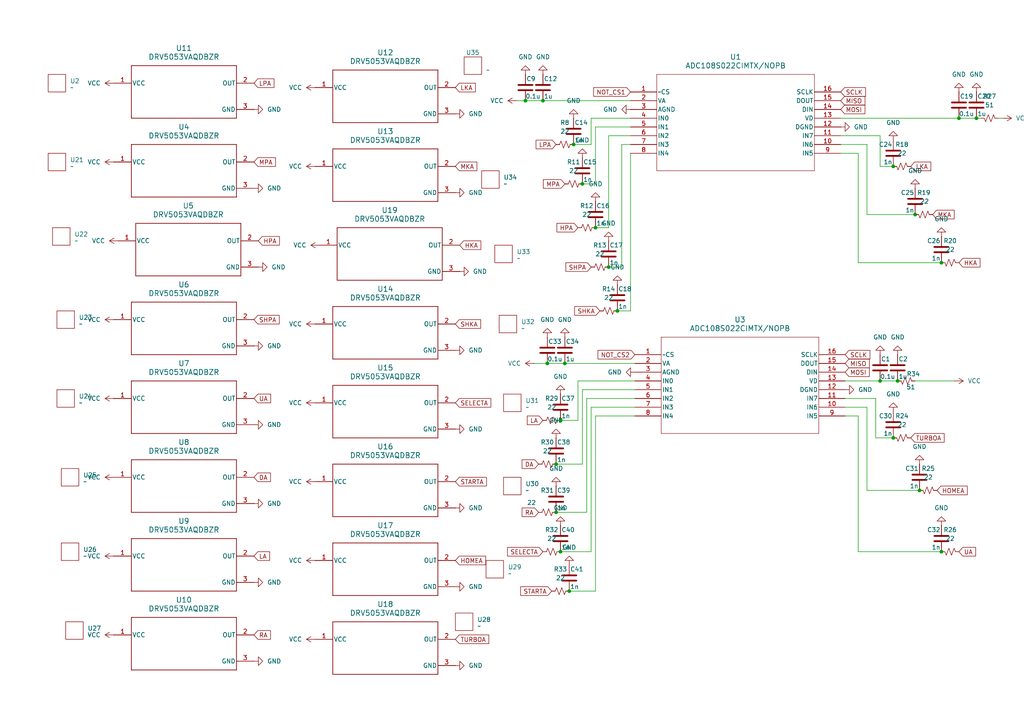
<source format=kicad_sch>
(kicad_sch (version 20231120) (generator "eeschema") (generator_version "8.0")
  (paper "A4")
  (lib_symbols
    (symbol "2025-01-29_23-52-34:ADC108S022CIMTX_NOPB" (pin_names (offset 0.254))
      (property "Reference" "U" (at 30.48 10.16 0))
      (property "Value" "ADC108S022CIMTX/NOPB" (at 30.48 7.62 0))
      (symbol "ADC108S022CIMTX_NOPB_0_1"
        (polyline (pts (xy 7.62 -22.86) (xy 53.34 -22.86)) (stroke (width 0.127)))
        (polyline (pts (xy 7.62 5.08) (xy 7.62 -22.86)) (stroke (width 0.127)))
        (polyline (pts (xy 53.34 -22.86) (xy 53.34 5.08)) (stroke (width 0.127)))
        (polyline (pts (xy 53.34 5.08) (xy 7.62 5.08)) (stroke (width 0.127)))
        (pin passive line (at 0 0 0) (length 7.62) (name "~CS") (number "1"))
        (pin input line (at 60.96 -15.24 180) (length 7.62) (name "IN6") (number "10"))
        (pin input line (at 60.96 -12.7 180) (length 7.62) (name "IN7") (number "11"))
        (pin passive line (at 60.96 -10.16 180) (length 7.62) (name "DGND") (number "12"))
        (pin passive line (at 60.96 -7.62 180) (length 7.62) (name "VD") (number "13"))
        (pin input line (at 60.96 -5.08 180) (length 7.62) (name "DIN") (number "14"))
        (pin output line (at 60.96 -2.54 180) (length 7.62) (name "DOUT") (number "15"))
        (pin passive line (at 60.96 0 180) (length 7.62) (name "SCLK") (number "16"))
        (pin passive line (at 0 -2.54 0) (length 7.62) (name "VA") (number "2"))
        (pin passive line (at 0 -5.08 0) (length 7.62) (name "AGND") (number "3"))
        (pin input line (at 0 -7.62 0) (length 7.62) (name "IN0") (number "4"))
        (pin input line (at 0 -10.16 0) (length 7.62) (name "IN1") (number "5"))
        (pin input line (at 0 -12.7 0) (length 7.62) (name "IN2") (number "6"))
        (pin input line (at 0 -15.24 0) (length 7.62) (name "IN3") (number "7"))
        (pin input line (at 0 -17.78 0) (length 7.62) (name "IN4") (number "8"))
        (pin input line (at 60.96 -17.78 180) (length 7.62) (name "IN5") (number "9"))
      )
    )
    (symbol "2025-01-29_23-57-24:DRV5053VAQDBZR" (pin_names (offset 0.254))
      (property "Reference" "U" (at 0 2.54 0))
      (property "Value" "DRV5053VAQDBZR" (at 0 0 0))
      (symbol "DRV5053VAQDBZR_0_1"
        (polyline (pts (xy -15.24 -7.62) (xy 15.24 -7.62)) (stroke (width 0.2032)))
        (polyline (pts (xy -15.24 7.62) (xy -15.24 -7.62)) (stroke (width 0.2032)))
        (polyline (pts (xy 15.24 -7.62) (xy 15.24 7.62)) (stroke (width 0.2032)))
        (polyline (pts (xy 15.24 7.62) (xy -15.24 7.62)) (stroke (width 0.2032)))
        (pin power_in line (at -20.32 2.54 0) (length 5.08) (name "VCC") (number "1"))
        (pin output line (at 20.32 2.54 180) (length 5.08) (name "OUT") (number "2"))
        (pin power_in line (at 20.32 -5.08 180) (length 5.08) (name "GND") (number "3"))
      )
    )
    (symbol "Device:C" (pin_numbers hide) (pin_names (offset 0.254))
      (property "Reference" "C" (at 0.635 2.54 0))
      (property "Value" "C" (at 0.635 -2.54 0))
      (symbol "C_0_1"
        (polyline (pts (xy -2.032 -0.762) (xy 2.032 -0.762)) (stroke (width 0.508)))
        (polyline (pts (xy -2.032 0.762) (xy 2.032 0.762)) (stroke (width 0.508)))
      )
      (symbol "C_1_1"
        (pin passive line (at 0 3.81 270) (length 2.794) (name "~") (number "1"))
        (pin passive line (at 0 -3.81 90) (length 2.794) (name "~") (number "2"))
      )
    )
    (symbol "Device:R_Small_US" (pin_numbers hide) (pin_names (offset 0.254) hide)
      (property "Reference" "R" (at 0.762 0.508 0))
      (property "Value" "R_Small_US" (at 0.762 -1.016 0))
      (symbol "R_Small_US_1_1"
        (polyline (pts (xy 0 0) (xy 1.016 -0.381) (xy 0 -0.762) (xy -1.016 -1.143) (xy 0 -1.524)))
        (polyline (pts (xy 0 1.524) (xy 1.016 1.143) (xy 0 0.762) (xy -1.016 0.381) (xy 0 0)))
        (pin passive line (at 0 2.54 270) (length 1.016) (name "~") (number "1"))
        (pin passive line (at 0 -2.54 90) (length 1.016) (name "~") (number "2"))
      )
    )
    (symbol "KeyboardKeys:Gateron_Jade_Pro_Magnetic"
      (property "Reference" "U" (at 0 0 0))
      (symbol "Gateron_Jade_Pro_Magnetic_0_1"
        (rectangle (start -2.54 2.54) (end 2.54 -2.54))
      )
    )
    (symbol "power:GND" (power) (pin_numbers hide) (pin_names (offset 0) hide)
      (property "Value" "GND" (at 0 -3.81 0))
      (symbol "GND_0_1"
        (polyline (pts (xy 0 0) (xy 0 -1.27) (xy 1.27 -1.27) (xy 0 -2.54) (xy -1.27 -1.27) (xy 0 -1.27)))
      )
      (symbol "GND_1_1"
        (pin power_in line (at 0 0 270) (length 0) (name "~") (number "1"))
      )
    )
    (symbol "power:VCC" (power) (pin_numbers hide) (pin_names (offset 0) hide)
      (property "Value" "VCC" (at 0 3.556 0))
      (symbol "VCC_0_1"
        (polyline (pts (xy -0.762 1.27) (xy 0 2.54)))
        (polyline (pts (xy 0 0) (xy 0 2.54)))
        (polyline (pts (xy 0 2.54) (xy 0.762 1.27)))
      )
      (symbol "VCC_1_1"
        (pin power_in line (at 0 0 90) (length 0) (name "~") (number "1"))
      )
    )
  )
  (junction (at 266.7 142.24))
  (junction (at 162.56 121.92))
  (junction (at 165.1 171.45))
  (junction (at 278.13 34.29))
  (junction (at 273.05 76.2))
  (junction (at 157.48 29.21))
  (junction (at 163.83 105.41))
  (junction (at 172.72 66.04))
  (junction (at 152.4 29.21))
  (junction (at 176.53 77.47))
  (junction (at 179.07 90.17))
  (junction (at 260.35 110.49))
  (junction (at 168.91 53.34))
  (junction (at 255.27 110.49))
  (junction (at 265.43 62.23))
  (junction (at 166.37 41.91))
  (junction (at 259.08 48.26))
  (junction (at 283.21 34.29))
  (junction (at 259.08 127))
  (junction (at 161.29 134.62))
  (junction (at 158.75 105.41))
  (junction (at 162.56 160.02))
  (junction (at 161.29 148.59))
  (junction (at 273.05 160.02))
  (wire (pts (xy 162.56 121.92) (xy 167.64 121.92)))
  (wire (pts (xy 184.15 118.11) (xy 171.45 118.11)))
  (wire (pts (xy 168.91 134.62) (xy 161.29 134.62)))
  (wire (pts (xy 167.64 121.92) (xy 167.64 110.49)))
  (wire (pts (xy 284.48 34.29) (xy 283.21 34.29)))
  (wire (pts (xy 278.13 34.29) (xy 243.84 34.29)))
  (wire (pts (xy 182.88 44.45) (xy 182.88 90.17)))
  (wire (pts (xy 184.15 120.65) (xy 172.72 120.65)))
  (wire (pts (xy 251.46 118.11) (xy 251.46 142.24)))
  (wire (pts (xy 149.86 29.21) (xy 152.4 29.21)))
  (wire (pts (xy 254 127) (xy 259.08 127)))
  (wire (pts (xy 171.45 41.91) (xy 171.45 34.29)))
  (wire (pts (xy 161.29 148.59) (xy 170.18 148.59)))
  (wire (pts (xy 283.21 34.29) (xy 278.13 34.29)))
  (wire (pts (xy 245.11 115.57) (xy 254 115.57)))
  (wire (pts (xy 180.34 41.91) (xy 180.34 77.47)))
  (wire (pts (xy 176.53 39.37) (xy 176.53 66.04)))
  (wire (pts (xy 243.84 39.37) (xy 255.27 39.37)))
  (wire (pts (xy 255.27 110.49) (xy 245.11 110.49)))
  (wire (pts (xy 248.92 160.02) (xy 273.05 160.02)))
  (wire (pts (xy 254 115.57) (xy 254 127)))
  (wire (pts (xy 251.46 62.23) (xy 265.43 62.23)))
  (wire (pts (xy 248.92 76.2) (xy 273.05 76.2)))
  (wire (pts (xy 184.15 113.03) (xy 168.91 113.03)))
  (wire (pts (xy 182.88 36.83) (xy 172.72 36.83)))
  (wire (pts (xy 251.46 41.91) (xy 251.46 62.23)))
  (wire (pts (xy 180.34 77.47) (xy 176.53 77.47)))
  (wire (pts (xy 171.45 160.02) (xy 162.56 160.02)))
  (wire (pts (xy 171.45 34.29) (xy 182.88 34.29)))
  (wire (pts (xy 165.1 171.45) (xy 172.72 171.45)))
  (wire (pts (xy 290.83 34.29) (xy 289.56 34.29)))
  (wire (pts (xy 276.86 110.49) (xy 265.43 110.49)))
  (wire (pts (xy 167.64 110.49) (xy 184.15 110.49)))
  (wire (pts (xy 255.27 39.37) (xy 255.27 48.26)))
  (wire (pts (xy 243.84 41.91) (xy 251.46 41.91)))
  (wire (pts (xy 245.11 120.65) (xy 248.92 120.65)))
  (wire (pts (xy 243.84 44.45) (xy 248.92 44.45)))
  (wire (pts (xy 182.88 90.17) (xy 179.07 90.17)))
  (wire (pts (xy 170.18 115.57) (xy 170.18 148.59)))
  (wire (pts (xy 260.35 110.49) (xy 255.27 110.49)))
  (wire (pts (xy 245.11 118.11) (xy 251.46 118.11)))
  (wire (pts (xy 163.83 105.41) (xy 184.15 105.41)))
  (wire (pts (xy 168.91 113.03) (xy 168.91 134.62)))
  (wire (pts (xy 172.72 120.65) (xy 172.72 171.45)))
  (wire (pts (xy 176.53 66.04) (xy 172.72 66.04)))
  (wire (pts (xy 152.4 29.21) (xy 157.48 29.21)))
  (wire (pts (xy 171.45 41.91) (xy 166.37 41.91)))
  (wire (pts (xy 248.92 44.45) (xy 248.92 76.2)))
  (wire (pts (xy 255.27 48.26) (xy 259.08 48.26)))
  (wire (pts (xy 182.88 39.37) (xy 176.53 39.37)))
  (wire (pts (xy 184.15 115.57) (xy 170.18 115.57)))
  (wire (pts (xy 182.88 41.91) (xy 180.34 41.91)))
  (wire (pts (xy 251.46 142.24) (xy 266.7 142.24)))
  (wire (pts (xy 163.83 105.41) (xy 158.75 105.41)))
  (wire (pts (xy 248.92 120.65) (xy 248.92 160.02)))
  (wire (pts (xy 154.94 105.41) (xy 158.75 105.41)))
  (wire (pts (xy 157.48 29.21) (xy 182.88 29.21)))
  (wire (pts (xy 171.45 118.11) (xy 171.45 160.02)))
  (wire (pts (xy 172.72 53.34) (xy 168.91 53.34)))
  (wire (pts (xy 172.72 36.83) (xy 172.72 53.34)))
  (global_label "SHKA" (shape input) (at 173.99 90.17 180) (property "Intersheetrefs" "${INTERSHEET_REFS}" (effects (hide yes))))
  (global_label "MISO" (shape input) (at 245.11 105.41 0) (property "Intersheetrefs" "${INTERSHEET_REFS}" (effects (hide yes))))
  (global_label "LA" (shape input) (at 73.66 161.29 0) (property "Intersheetrefs" "${INTERSHEET_REFS}" (effects (hide yes))))
  (global_label "MOSI" (shape input) (at 243.84 31.75 0) (property "Intersheetrefs" "${INTERSHEET_REFS}" (effects (hide yes))))
  (global_label "SELECTA" (shape input) (at 132.08 116.84 0) (property "Intersheetrefs" "${INTERSHEET_REFS}" (effects (hide yes))))
  (global_label "SHKA" (shape input) (at 132.08 93.98 0) (property "Intersheetrefs" "${INTERSHEET_REFS}" (effects (hide yes))))
  (global_label "SHPA" (shape input) (at 73.66 92.71 0) (property "Intersheetrefs" "${INTERSHEET_REFS}" (effects (hide yes))))
  (global_label "LKA" (shape input) (at 132.08 25.4 0) (property "Intersheetrefs" "${INTERSHEET_REFS}" (effects (hide yes))))
  (global_label "LPA" (shape input) (at 73.66 24.13 0) (property "Intersheetrefs" "${INTERSHEET_REFS}" (effects (hide yes))))
  (global_label "HPA" (shape input) (at 167.64 66.04 180) (property "Intersheetrefs" "${INTERSHEET_REFS}" (effects (hide yes))))
  (global_label "SCLK" (shape input) (at 245.11 102.87 0) (property "Intersheetrefs" "${INTERSHEET_REFS}" (effects (hide yes))))
  (global_label "LPA" (shape input) (at 161.29 41.91 180) (property "Intersheetrefs" "${INTERSHEET_REFS}" (effects (hide yes))))
  (global_label "TURBOA" (shape input) (at 264.16 127 0) (property "Intersheetrefs" "${INTERSHEET_REFS}" (effects (hide yes))))
  (global_label "LA" (shape input) (at 157.48 121.92 180) (property "Intersheetrefs" "${INTERSHEET_REFS}" (effects (hide yes))))
  (global_label "HOMEA" (shape input) (at 271.78 142.24 0) (property "Intersheetrefs" "${INTERSHEET_REFS}" (effects (hide yes))))
  (global_label "UA" (shape input) (at 278.13 160.02 0) (property "Intersheetrefs" "${INTERSHEET_REFS}" (effects (hide yes))))
  (global_label "LKA" (shape input) (at 264.16 48.26 0) (property "Intersheetrefs" "${INTERSHEET_REFS}" (effects (hide yes))))
  (global_label "STARTA" (shape input) (at 132.08 139.7 0) (property "Intersheetrefs" "${INTERSHEET_REFS}" (effects (hide yes))))
  (global_label "MPA" (shape input) (at 163.83 53.34 180) (property "Intersheetrefs" "${INTERSHEET_REFS}" (effects (hide yes))))
  (global_label "SHPA" (shape input) (at 171.45 77.47 180) (property "Intersheetrefs" "${INTERSHEET_REFS}" (effects (hide yes))))
  (global_label "RA" (shape input) (at 156.21 148.59 180) (property "Intersheetrefs" "${INTERSHEET_REFS}" (effects (hide yes))))
  (global_label "NOT_CS1" (shape input) (at 182.88 26.67 180) (property "Intersheetrefs" "${INTERSHEET_REFS}" (effects (hide yes))))
  (global_label "SELECTA" (shape input) (at 157.48 160.02 180) (property "Intersheetrefs" "${INTERSHEET_REFS}" (effects (hide yes))))
  (global_label "HOMEA" (shape input) (at 132.08 162.56 0) (property "Intersheetrefs" "${INTERSHEET_REFS}" (effects (hide yes))))
  (global_label "MKA" (shape input) (at 270.51 62.23 0) (property "Intersheetrefs" "${INTERSHEET_REFS}" (effects (hide yes))))
  (global_label "HKA" (shape input) (at 278.13 76.2 0) (property "Intersheetrefs" "${INTERSHEET_REFS}" (effects (hide yes))))
  (global_label "SCLK" (shape input) (at 243.84 26.67 0) (property "Intersheetrefs" "${INTERSHEET_REFS}" (effects (hide yes))))
  (global_label "MPA" (shape input) (at 73.66 46.99 0) (property "Intersheetrefs" "${INTERSHEET_REFS}" (effects (hide yes))))
  (global_label "HKA" (shape input) (at 133.35 71.12 0) (property "Intersheetrefs" "${INTERSHEET_REFS}" (effects (hide yes))))
  (global_label "MOSI" (shape input) (at 245.11 107.95 0) (property "Intersheetrefs" "${INTERSHEET_REFS}" (effects (hide yes))))
  (global_label "STARTA" (shape input) (at 160.02 171.45 180) (property "Intersheetrefs" "${INTERSHEET_REFS}" (effects (hide yes))))
  (global_label "TURBOA" (shape input) (at 132.08 185.42 0) (property "Intersheetrefs" "${INTERSHEET_REFS}" (effects (hide yes))))
  (global_label "NOT_CS2" (shape input) (at 184.15 102.87 180) (property "Intersheetrefs" "${INTERSHEET_REFS}" (effects (hide yes))))
  (global_label "UA" (shape input) (at 73.66 115.57 0) (property "Intersheetrefs" "${INTERSHEET_REFS}" (effects (hide yes))))
  (global_label "DA" (shape input) (at 73.66 138.43 0) (property "Intersheetrefs" "${INTERSHEET_REFS}" (effects (hide yes))))
  (global_label "MKA" (shape input) (at 132.08 48.26 0) (property "Intersheetrefs" "${INTERSHEET_REFS}" (effects (hide yes))))
  (global_label "HPA" (shape input) (at 74.93 69.85 0) (property "Intersheetrefs" "${INTERSHEET_REFS}" (effects (hide yes))))
  (global_label "RA" (shape input) (at 73.66 184.15 0) (property "Intersheetrefs" "${INTERSHEET_REFS}" (effects (hide yes))))
  (global_label "MISO" (shape input) (at 243.84 29.21 0) (property "Intersheetrefs" "${INTERSHEET_REFS}" (effects (hide yes))))
  (global_label "DA" (shape input) (at 156.21 134.62 180) (property "Intersheetrefs" "${INTERSHEET_REFS}" (effects (hide yes))))
  (symbol (lib_id "power:VCC") (at 91.44 139.7 90) (unit 1)
    (property "Reference" "#PWR048" (effects (hide yes)))
    (property "Value" "VCC" (at 87.63 139.6999 90) (effects (justify left)))
    (property "Description" "Power symbol creates a global label with name \"VCC\"" (effects (hide yes)))
  )
  (symbol (lib_id "Device:C") (at 161.29 130.81 0) (unit 1)
    (property "Reference" "C38" (at 161.544 128.27 0) (effects (justify left)))
    (property "Value" "1n" (at 161.544 133.35 0) (effects (justify left)))
    (property "Footprint" "Capacitor_SMD:C_0603_1608Metric" (effects (hide yes)))
    (property "Description" "Unpolarized capacitor" (effects (hide yes)))
  )
  (symbol (lib_id "power:VCC") (at 276.86 110.49 270) (unit 1)
    (property "Reference" "#PWR0110" (effects (hide yes)))
    (property "Value" "VCC" (at 280.67 110.4899 90) (effects (justify left)))
    (property "Description" "Power symbol creates a global label with name \"VCC\"" (effects (hide yes)))
  )
  (symbol (lib_id "Device:R_Small_US") (at 166.37 53.34 90) (unit 1)
    (property "Reference" "R11" (at 166.37 46.99 90))
    (property "Value" "22" (at 166.37 49.53 90))
    (property "Footprint" "Resistor_SMD:R_0603_1608Metric" (effects (hide yes)))
    (property "Description" "Resistor, small US symbol" (effects (hide yes)))
  )
  (symbol (lib_id "2025-01-29_23-57-24:DRV5053VAQDBZR") (at 53.34 186.69 0) (unit 1)
    (property "Reference" "U10" (at 53.34 173.99 0) (effects (font (size 1.524 1.524))))
    (property "Value" "DRV5053VAQDBZR" (at 53.34 176.53 0) (effects (font (size 1.524 1.524))))
    (property "Footprint" "HallEffect:DBZ0003A_N" (effects (hide yes)))
    (property "Datasheet" "DRV5053VAQDBZR" (effects (hide yes)))
  )
  (symbol (lib_id "KeyboardKeys:Gateron_Jade_Pro_Magnetic") (at 19.05 115.57 0) (unit 1)
    (property "Reference" "U24" (at 22.86 114.9349 0) (effects (justify left)))
    (property "Value" "~" (at 22.86 116.84 0) (effects (justify left)))
    (property "Footprint" "key-switches:Gateron Jade Pro Magnetic" (effects (hide yes)))
  )
  (symbol (lib_id "Device:R_Small_US") (at 173.99 77.47 90) (unit 1)
    (property "Reference" "R13" (at 173.99 71.12 90))
    (property "Value" "22" (at 173.99 73.66 90))
    (property "Footprint" "Resistor_SMD:R_0603_1608Metric" (effects (hide yes)))
    (property "Description" "Resistor, small US symbol" (effects (hide yes)))
  )
  (symbol (lib_id "power:GND") (at 73.66 123.19 90) (unit 1)
    (property "Reference" "#PWR033" (effects (hide yes)))
    (property "Value" "GND" (at 77.47 123.1899 90) (effects (justify right)))
    (property "Description" "Power symbol creates a global label with name \"GND\" , ground" (effects (hide yes)))
  )
  (symbol (lib_id "power:VCC") (at 33.02 46.99 90) (unit 1)
    (property "Reference" "#PWR039" (effects (hide yes)))
    (property "Value" "VCC" (at 29.21 46.9899 90) (effects (justify left)))
    (property "Description" "Power symbol creates a global label with name \"VCC\"" (effects (hide yes)))
  )
  (symbol (lib_id "power:GND") (at 73.66 31.75 90) (unit 1)
    (property "Reference" "#PWR037" (effects (hide yes)))
    (property "Value" "GND" (at 77.47 31.7499 90) (effects (justify right)))
    (property "Description" "Power symbol creates a global label with name \"GND\" , ground" (effects (hide yes)))
  )
  (symbol (lib_id "power:GND") (at 162.56 114.3 180) (unit 1)
    (property "Reference" "#PWR0100" (effects (hide yes)))
    (property "Value" "GND" (at 162.56 109.22 0))
    (property "Description" "Power symbol creates a global label with name \"GND\" , ground" (effects (hide yes)))
  )
  (symbol (lib_id "2025-01-29_23-57-24:DRV5053VAQDBZR") (at 113.03 73.66 0) (unit 1)
    (property "Reference" "U19" (at 113.03 60.96 0) (effects (font (size 1.524 1.524))))
    (property "Value" "DRV5053VAQDBZR" (at 113.03 63.5 0) (effects (font (size 1.524 1.524))))
    (property "Footprint" "HallEffect:DBZ0003A_N" (effects (hide yes)))
    (property "Datasheet" "DRV5053VAQDBZR" (effects (hide yes)))
  )
  (symbol (lib_id "Device:C") (at 161.29 144.78 0) (unit 1)
    (property "Reference" "C39" (at 161.544 142.24 0) (effects (justify left)))
    (property "Value" "1n" (at 161.544 147.32 0) (effects (justify left)))
    (property "Footprint" "Capacitor_SMD:C_0603_1608Metric" (effects (hide yes)))
    (property "Description" "Unpolarized capacitor" (effects (hide yes)))
  )
  (symbol (lib_id "Device:C") (at 273.05 72.39 0) (mirror y) (unit 1)
    (property "Reference" "C26" (at 272.796 69.85 0) (effects (justify left)))
    (property "Value" "1n" (at 272.796 74.93 0) (effects (justify left)))
    (property "Footprint" "Capacitor_SMD:C_0603_1608Metric" (effects (hide yes)))
    (property "Description" "Unpolarized capacitor" (effects (hide yes)))
  )
  (symbol (lib_id "power:VCC") (at 33.02 92.71 90) (unit 1)
    (property "Reference" "#PWR041" (effects (hide yes)))
    (property "Value" "VCC" (at 29.21 92.7099 90) (effects (justify left)))
    (property "Description" "Power symbol creates a global label with name \"VCC\"" (effects (hide yes)))
  )
  (symbol (lib_id "2025-01-29_23-57-24:DRV5053VAQDBZR") (at 53.34 95.25 0) (unit 1)
    (property "Reference" "U6" (at 53.34 82.55 0) (effects (font (size 1.524 1.524))))
    (property "Value" "DRV5053VAQDBZR" (at 53.34 85.09 0) (effects (font (size 1.524 1.524))))
    (property "Footprint" "HallEffect:DBZ0003A_N" (effects (hide yes)))
    (property "Datasheet" "DRV5053VAQDBZR" (effects (hide yes)))
  )
  (symbol (lib_id "power:GND") (at 172.72 58.42 180) (unit 1)
    (property "Reference" "#PWR079" (effects (hide yes)))
    (property "Value" "GND" (at 172.72 53.34 0))
    (property "Description" "Power symbol creates a global label with name \"GND\" , ground" (effects (hide yes)))
  )
  (symbol (lib_id "power:VCC") (at 33.02 161.29 90) (unit 1)
    (property "Reference" "#PWR044" (effects (hide yes)))
    (property "Value" "VCC" (at 29.21 161.2899 90) (effects (justify left)))
    (property "Description" "Power symbol creates a global label with name \"VCC\"" (effects (hide yes)))
  )
  (symbol (lib_id "Device:C") (at 260.35 106.68 0) (unit 1)
    (property "Reference" "C2" (at 260.604 104.14 0) (effects (justify left)))
    (property "Value" "1u" (at 260.604 109.22 0) (effects (justify left)))
    (property "Footprint" "Capacitor_SMD:C_0603_1608Metric" (effects (hide yes)))
    (property "Description" "Unpolarized capacitor" (effects (hide yes)))
  )
  (symbol (lib_id "Device:R_Small_US") (at 158.75 148.59 90) (unit 1)
    (property "Reference" "R31" (at 158.75 142.24 90))
    (property "Value" "22" (at 154.178 145.796 90))
    (property "Footprint" "Resistor_SMD:R_0603_1608Metric" (effects (hide yes)))
    (property "Description" "Resistor, small US symbol" (effects (hide yes)))
  )
  (symbol (lib_id "KeyboardKeys:Gateron_Jade_Pro_Magnetic") (at 146.05 73.66 0) (unit 1)
    (property "Reference" "U33" (at 149.86 73.0249 0) (effects (justify left)))
    (property "Value" "~" (at 149.86 74.93 0) (effects (justify left)))
    (property "Footprint" "key-switches:Gateron Jade Pro Magnetic" (effects (hide yes)))
  )
  (symbol (lib_id "2025-01-29_23-57-24:DRV5053VAQDBZR") (at 53.34 163.83 0) (unit 1)
    (property "Reference" "U9" (at 53.34 151.13 0) (effects (font (size 1.524 1.524))))
    (property "Value" "DRV5053VAQDBZR" (at 53.34 153.67 0) (effects (font (size 1.524 1.524))))
    (property "Footprint" "HallEffect:DBZ0003A_N" (effects (hide yes)))
    (property "Datasheet" "DRV5053VAQDBZR" (effects (hide yes)))
  )
  (symbol (lib_id "Device:C") (at 165.1 167.64 0) (unit 1)
    (property "Reference" "C41" (at 165.354 165.1 0) (effects (justify left)))
    (property "Value" "1n" (at 165.354 170.18 0) (effects (justify left)))
    (property "Footprint" "Capacitor_SMD:C_0603_1608Metric" (effects (hide yes)))
    (property "Description" "Unpolarized capacitor" (effects (hide yes)))
  )
  (symbol (lib_id "power:VCC") (at 91.44 185.42 90) (unit 1)
    (property "Reference" "#PWR046" (effects (hide yes)))
    (property "Value" "VCC" (at 87.63 185.4199 90) (effects (justify left)))
    (property "Description" "Power symbol creates a global label with name \"VCC\"" (effects (hide yes)))
  )
  (symbol (lib_id "Device:R_Small_US") (at 287.02 34.29 270) (mirror x) (unit 1)
    (property "Reference" "R27" (at 287.02 27.94 90))
    (property "Value" "51" (at 287.02 30.48 90))
    (property "Footprint" "Resistor_SMD:R_0603_1608Metric" (effects (hide yes)))
    (property "Description" "Resistor, small US symbol" (effects (hide yes)))
  )
  (symbol (lib_id "2025-01-29_23-57-24:DRV5053VAQDBZR") (at 53.34 49.53 0) (unit 1)
    (property "Reference" "U4" (at 53.34 36.83 0) (effects (font (size 1.524 1.524))))
    (property "Value" "DRV5053VAQDBZR" (at 53.34 39.37 0) (effects (font (size 1.524 1.524))))
    (property "Footprint" "HallEffect:DBZ0003A_N" (effects (hide yes)))
    (property "Datasheet" "DRV5053VAQDBZR" (effects (hide yes)))
  )
  (symbol (lib_id "KeyboardKeys:Gateron_Jade_Pro_Magnetic") (at 20.32 138.43 0) (unit 1)
    (property "Reference" "U25" (at 24.13 137.7949 0) (effects (justify left)))
    (property "Value" "~" (at 24.13 139.7 0) (effects (justify left)))
    (property "Footprint" "key-switches:Gateron Jade Pro Magnetic" (effects (hide yes)))
  )
  (symbol (lib_id "power:VCC") (at 33.02 115.57 90) (unit 1)
    (property "Reference" "#PWR042" (effects (hide yes)))
    (property "Value" "VCC" (at 29.21 115.5699 90) (effects (justify left)))
    (property "Description" "Power symbol creates a global label with name \"VCC\"" (effects (hide yes)))
  )
  (symbol (lib_id "Device:R_Small_US") (at 269.24 142.24 270) (mirror x) (unit 1)
    (property "Reference" "R25" (at 269.24 135.89 90))
    (property "Value" "22" (at 269.24 138.43 90))
    (property "Footprint" "Resistor_SMD:R_0603_1608Metric" (effects (hide yes)))
    (property "Description" "Resistor, small US symbol" (effects (hide yes)))
  )
  (symbol (lib_id "Device:C") (at 259.08 123.19 0) (mirror y) (unit 1)
    (property "Reference" "C30" (at 258.826 120.65 0) (effects (justify left)))
    (property "Value" "1n" (at 258.826 125.73 0) (effects (justify left)))
    (property "Footprint" "Capacitor_SMD:C_0603_1608Metric" (effects (hide yes)))
    (property "Description" "Unpolarized capacitor" (effects (hide yes)))
  )
  (symbol (lib_id "2025-01-29_23-57-24:DRV5053VAQDBZR") (at 111.76 119.38 0) (unit 1)
    (property "Reference" "U15" (at 111.76 106.68 0) (effects (font (size 1.524 1.524))))
    (property "Value" "DRV5053VAQDBZR" (at 111.76 109.22 0) (effects (font (size 1.524 1.524))))
    (property "Footprint" "HallEffect:DBZ0003A_N" (effects (hide yes)))
    (property "Datasheet" "DRV5053VAQDBZR" (effects (hide yes)))
  )
  (symbol (lib_id "power:GND") (at 259.08 119.38 0) (mirror x) (unit 1)
    (property "Reference" "#PWR093" (effects (hide yes)))
    (property "Value" "GND" (at 259.08 114.3 0))
    (property "Description" "Power symbol creates a global label with name \"GND\" , ground" (effects (hide yes)))
  )
  (symbol (lib_id "power:VCC") (at 33.02 184.15 90) (unit 1)
    (property "Reference" "#PWR045" (effects (hide yes)))
    (property "Value" "VCC" (at 29.21 184.1499 90) (effects (justify left)))
    (property "Description" "Power symbol creates a global label with name \"VCC\"" (effects (hide yes)))
  )
  (symbol (lib_id "Device:C") (at 273.05 156.21 0) (mirror y) (unit 1)
    (property "Reference" "C32" (at 272.796 153.67 0) (effects (justify left)))
    (property "Value" "1n" (at 272.796 158.75 0) (effects (justify left)))
    (property "Footprint" "Capacitor_SMD:C_0603_1608Metric" (effects (hide yes)))
    (property "Description" "Unpolarized capacitor" (effects (hide yes)))
  )
  (symbol (lib_id "power:GND") (at 259.08 40.64 0) (mirror x) (unit 1)
    (property "Reference" "#PWR087" (effects (hide yes)))
    (property "Value" "GND" (at 259.08 35.56 0))
    (property "Description" "Power symbol creates a global label with name \"GND\" , ground" (effects (hide yes)))
  )
  (symbol (lib_id "KeyboardKeys:Gateron_Jade_Pro_Magnetic") (at 16.51 24.13 0) (unit 1)
    (property "Reference" "U2" (at 20.32 23.4949 0) (effects (justify left)))
    (property "Value" "~" (at 20.32 25.4 0) (effects (justify left)))
    (property "Footprint" "key-switches:Gateron Jade Pro Magnetic" (effects (hide yes)))
  )
  (symbol (lib_id "Device:C") (at 162.56 156.21 0) (unit 1)
    (property "Reference" "C40" (at 162.814 153.67 0) (effects (justify left)))
    (property "Value" "1n" (at 162.814 158.75 0) (effects (justify left)))
    (property "Footprint" "Capacitor_SMD:C_0603_1608Metric" (effects (hide yes)))
    (property "Description" "Unpolarized capacitor" (effects (hide yes)))
  )
  (symbol (lib_id "Device:R_Small_US") (at 267.97 62.23 270) (mirror x) (unit 1)
    (property "Reference" "R19" (at 267.97 55.88 90))
    (property "Value" "22" (at 267.97 58.42 90) (effects (font (italic yes))))
    (property "Footprint" "Resistor_SMD:R_0603_1608Metric" (effects (hide yes)))
    (property "Description" "Resistor, small US symbol" (effects (hide yes)))
  )
  (symbol (lib_id "Device:R_Small_US") (at 261.62 127 270) (mirror x) (unit 1)
    (property "Reference" "R24" (at 261.62 120.65 90))
    (property "Value" "22" (at 261.62 123.19 90))
    (property "Footprint" "Resistor_SMD:R_0603_1608Metric" (effects (hide yes)))
    (property "Description" "Resistor, small US symbol" (effects (hide yes)))
  )
  (symbol (lib_id "Device:R_Small_US") (at 160.02 121.92 90) (unit 1)
    (property "Reference" "R29" (at 160.02 115.57 90))
    (property "Value" "22" (at 160.02 118.11 90))
    (property "Footprint" "Resistor_SMD:R_0603_1608Metric" (effects (hide yes)))
    (property "Description" "Resistor, small US symbol" (effects (hide yes)))
  )
  (symbol (lib_id "Device:C") (at 278.13 30.48 0) (unit 1)
    (property "Reference" "C19" (at 278.384 27.94 0) (effects (justify left)))
    (property "Value" "0.1u" (at 278.13 33.02 0) (effects (justify left)))
    (property "Footprint" "Capacitor_SMD:C_0603_1608Metric" (effects (hide yes)))
    (property "Description" "Unpolarized capacitor" (effects (hide yes)))
  )
  (symbol (lib_id "power:GND") (at 245.11 113.03 90) (unit 1)
    (property "Reference" "#PWR0111" (effects (hide yes)))
    (property "Value" "GND" (at 248.92 113.0299 90) (effects (justify right)))
    (property "Description" "Power symbol creates a global label with name \"GND\" , ground" (effects (hide yes)))
  )
  (symbol (lib_id "power:GND") (at 184.15 107.95 270) (unit 1)
    (property "Reference" "#PWR0102" (effects (hide yes)))
    (property "Value" "GND" (at 180.34 107.9499 90) (effects (justify right)))
    (property "Description" "Power symbol creates a global label with name \"GND\" , ground" (effects (hide yes)))
  )
  (symbol (lib_id "Device:C") (at 266.7 138.43 0) (mirror y) (unit 1)
    (property "Reference" "C31" (at 266.446 135.89 0) (effects (justify left)))
    (property "Value" "1n" (at 266.446 140.97 0) (effects (justify left)))
    (property "Footprint" "Capacitor_SMD:C_0603_1608Metric" (effects (hide yes)))
    (property "Description" "Unpolarized capacitor" (effects (hide yes)))
  )
  (symbol (lib_id "2025-01-29_23-57-24:DRV5053VAQDBZR") (at 111.76 50.8 0) (unit 1)
    (property "Reference" "U13" (at 111.76 38.1 0) (effects (font (size 1.524 1.524))))
    (property "Value" "DRV5053VAQDBZR" (at 111.76 40.64 0) (effects (font (size 1.524 1.524))))
    (property "Footprint" "HallEffect:DBZ0003A_N" (effects (hide yes)))
    (property "Datasheet" "DRV5053VAQDBZR" (effects (hide yes)))
  )
  (symbol (lib_id "KeyboardKeys:Gateron_Jade_Pro_Magnetic") (at 147.32 93.98 0) (unit 1)
    (property "Reference" "U32" (at 151.13 93.3449 0) (effects (justify left)))
    (property "Value" "~" (at 151.13 95.25 0) (effects (justify left)))
    (property "Footprint" "key-switches:Gateron Jade Pro Magnetic" (effects (hide yes)))
  )
  (symbol (lib_id "Device:C") (at 176.53 73.66 0) (unit 1)
    (property "Reference" "C17" (at 176.784 71.12 0) (effects (justify left)))
    (property "Value" "1n" (at 176.784 76.2 0) (effects (justify left)))
    (property "Footprint" "Capacitor_SMD:C_0603_1608Metric" (effects (hide yes)))
    (property "Description" "Unpolarized capacitor" (effects (hide yes)))
  )
  (symbol (lib_id "KeyboardKeys:Gateron_Jade_Pro_Magnetic") (at 21.59 182.88 0) (unit 1)
    (property "Reference" "U27" (at 25.4 182.2449 0) (effects (justify left)))
    (property "Value" "~" (at 25.4 184.15 0) (effects (justify left)))
    (property "Footprint" "key-switches:Gateron Jade Pro Magnetic" (effects (hide yes)))
  )
  (symbol (lib_id "power:GND") (at 278.13 26.67 180) (unit 1)
    (property "Reference" "#PWR082" (effects (hide yes)))
    (property "Value" "GND" (at 278.13 21.59 0))
    (property "Description" "Power symbol creates a global label with name \"GND\" , ground" (effects (hide yes)))
  )
  (symbol (lib_id "power:GND") (at 132.08 193.04 90) (unit 1)
    (property "Reference" "#PWR029" (effects (hide yes)))
    (property "Value" "GND" (at 135.89 193.0399 90) (effects (justify right)))
    (property "Description" "Power symbol creates a global label with name \"GND\" , ground" (effects (hide yes)))
  )
  (symbol (lib_id "power:GND") (at 243.84 36.83 90) (unit 1)
    (property "Reference" "#PWR0108" (effects (hide yes)))
    (property "Value" "GND" (at 247.65 36.8299 90) (effects (justify right)))
    (property "Description" "Power symbol creates a global label with name \"GND\" , ground" (effects (hide yes)))
  )
  (symbol (lib_id "power:GND") (at 260.35 102.87 180) (unit 1)
    (property "Reference" "#PWR073" (effects (hide yes)))
    (property "Value" "GND" (at 260.35 97.79 0))
    (property "Description" "Power symbol creates a global label with name \"GND\" , ground" (effects (hide yes)))
  )
  (symbol (lib_id "power:GND") (at 255.27 102.87 180) (unit 1)
    (property "Reference" "#PWR069" (effects (hide yes)))
    (property "Value" "GND" (at 255.27 97.79 0))
    (property "Description" "Power symbol creates a global label with name \"GND\" , ground" (effects (hide yes)))
  )
  (symbol (lib_id "power:GND") (at 273.05 152.4 0) (mirror x) (unit 1)
    (property "Reference" "#PWR095" (effects (hide yes)))
    (property "Value" "GND" (at 273.05 147.32 0))
    (property "Description" "Power symbol creates a global label with name \"GND\" , ground" (effects (hide yes)))
  )
  (symbol (lib_id "power:GND") (at 74.93 77.47 90) (unit 1)
    (property "Reference" "#PWR035" (effects (hide yes)))
    (property "Value" "GND" (at 78.74 77.4699 90) (effects (justify right)))
    (property "Description" "Power symbol creates a global label with name \"GND\" , ground" (effects (hide yes)))
  )
  (symbol (lib_id "power:VCC") (at 34.29 69.85 90) (unit 1)
    (property "Reference" "#PWR040" (effects (hide yes)))
    (property "Value" "VCC" (at 30.48 69.8499 90) (effects (justify left)))
    (property "Description" "Power symbol creates a global label with name \"VCC\"" (effects (hide yes)))
  )
  (symbol (lib_id "Device:R_Small_US") (at 176.53 90.17 90) (unit 1)
    (property "Reference" "R14" (at 176.53 83.82 90))
    (property "Value" "22" (at 176.53 86.36 90))
    (property "Footprint" "Resistor_SMD:R_0603_1608Metric" (effects (hide yes)))
    (property "Description" "Resistor, small US symbol" (effects (hide yes)))
  )
  (symbol (lib_id "power:GND") (at 73.66 100.33 90) (unit 1)
    (property "Reference" "#PWR034" (effects (hide yes)))
    (property "Value" "GND" (at 77.47 100.3299 90) (effects (justify right)))
    (property "Description" "Power symbol creates a global label with name \"GND\" , ground" (effects (hide yes)))
  )
  (symbol (lib_id "Device:R_Small_US") (at 170.18 66.04 90) (unit 1)
    (property "Reference" "R12" (at 170.18 59.69 90))
    (property "Value" "22" (at 170.18 62.23 90))
    (property "Footprint" "Resistor_SMD:R_0603_1608Metric" (effects (hide yes)))
    (property "Description" "Resistor, small US symbol" (effects (hide yes)))
  )
  (symbol (lib_id "power:GND") (at 165.1 163.83 180) (unit 1)
    (property "Reference" "#PWR0115" (effects (hide yes)))
    (property "Value" "GND" (at 165.1 158.75 0))
    (property "Description" "Power symbol creates a global label with name \"GND\" , ground" (effects (hide yes)))
  )
  (symbol (lib_id "2025-01-29_23-57-24:DRV5053VAQDBZR") (at 111.76 27.94 0) (unit 1)
    (property "Reference" "U12" (at 111.76 15.24 0) (effects (font (size 1.524 1.524))))
    (property "Value" "DRV5053VAQDBZR" (at 111.76 17.78 0) (effects (font (size 1.524 1.524))))
    (property "Footprint" "HallEffect:DBZ0003A_N" (effects (hide yes)))
    (property "Datasheet" "DRV5053VAQDBZR" (effects (hide yes)))
  )
  (symbol (lib_id "power:GND") (at 162.56 152.4 180) (unit 1)
    (property "Reference" "#PWR0114" (effects (hide yes)))
    (property "Value" "GND" (at 162.56 147.32 0))
    (property "Description" "Power symbol creates a global label with name \"GND\" , ground" (effects (hide yes)))
  )
  (symbol (lib_id "Device:C") (at 157.48 25.4 0) (unit 1)
    (property "Reference" "C12" (at 157.734 22.86 0) (effects (justify left)))
    (property "Value" "1u" (at 157.734 27.94 0) (effects (justify left)))
    (property "Footprint" "Capacitor_SMD:C_0603_1608Metric" (effects (hide yes)))
    (property "Description" "Unpolarized capacitor" (effects (hide yes)))
  )
  (symbol (lib_id "power:GND") (at 265.43 54.61 0) (mirror x) (unit 1)
    (property "Reference" "#PWR088" (effects (hide yes)))
    (property "Value" "GND" (at 265.43 49.53 0))
    (property "Description" "Power symbol creates a global label with name \"GND\" , ground" (effects (hide yes)))
  )
  (symbol (lib_id "power:GND") (at 163.83 97.79 180) (unit 1)
    (property "Reference" "#PWR097" (effects (hide yes)))
    (property "Value" "GND" (at 163.83 92.71 0))
    (property "Description" "Power symbol creates a global label with name \"GND\" , ground" (effects (hide yes)))
  )
  (symbol (lib_id "power:GND") (at 152.4 21.59 180) (unit 1)
    (property "Reference" "#PWR074" (effects (hide yes)))
    (property "Value" "GND" (at 152.4 16.51 0))
    (property "Description" "Power symbol creates a global label with name \"GND\" , ground" (effects (hide yes)))
  )
  (symbol (lib_id "power:GND") (at 73.66 191.77 90) (unit 1)
    (property "Reference" "#PWR030" (effects (hide yes)))
    (property "Value" "GND" (at 77.47 191.7699 90) (effects (justify right)))
    (property "Description" "Power symbol creates a global label with name \"GND\" , ground" (effects (hide yes)))
  )
  (symbol (lib_id "Device:C") (at 163.83 101.6 0) (unit 1)
    (property "Reference" "C34" (at 164.084 99.06 0) (effects (justify left)))
    (property "Value" "1u" (at 164.084 104.14 0) (effects (justify left)))
    (property "Footprint" "Capacitor_SMD:C_0603_1608Metric" (effects (hide yes)))
    (property "Description" "Unpolarized capacitor" (effects (hide yes)))
  )
  (symbol (lib_id "2025-01-29_23-57-24:DRV5053VAQDBZR") (at 53.34 118.11 0) (unit 1)
    (property "Reference" "U7" (at 53.34 105.41 0) (effects (font (size 1.524 1.524))))
    (property "Value" "DRV5053VAQDBZR" (at 53.34 107.95 0) (effects (font (size 1.524 1.524))))
    (property "Footprint" "HallEffect:DBZ0003A_N" (effects (hide yes)))
    (property "Datasheet" "DRV5053VAQDBZR" (effects (hide yes)))
  )
  (symbol (lib_id "2025-01-29_23-57-24:DRV5053VAQDBZR") (at 54.61 72.39 0) (unit 1)
    (property "Reference" "U5" (at 54.61 59.69 0) (effects (font (size 1.524 1.524))))
    (property "Value" "DRV5053VAQDBZR" (at 54.61 62.23 0) (effects (font (size 1.524 1.524))))
    (property "Footprint" "HallEffect:DBZ0003A_N" (effects (hide yes)))
    (property "Datasheet" "DRV5053VAQDBZR" (effects (hide yes)))
  )
  (symbol (lib_id "power:GND") (at 158.75 97.79 180) (unit 1)
    (property "Reference" "#PWR096" (effects (hide yes)))
    (property "Value" "GND" (at 158.75 92.71 0))
    (property "Description" "Power symbol creates a global label with name \"GND\" , ground" (effects (hide yes)))
  )
  (symbol (lib_id "power:GND") (at 157.48 21.59 180) (unit 1)
    (property "Reference" "#PWR075" (effects (hide yes)))
    (property "Value" "GND" (at 157.48 16.51 0))
    (property "Description" "Power symbol creates a global label with name \"GND\" , ground" (effects (hide yes)))
  )
  (symbol (lib_id "KeyboardKeys:Gateron_Jade_Pro_Magnetic") (at 17.78 68.58 0) (unit 1)
    (property "Reference" "U22" (at 21.59 67.9449 0) (effects (justify left)))
    (property "Value" "~" (at 21.59 69.85 0) (effects (justify left)))
    (property "Footprint" "key-switches:Gateron Jade Pro Magnetic" (effects (hide yes)))
  )
  (symbol (lib_id "Device:C") (at 158.75 101.6 0) (unit 1)
    (property "Reference" "C33" (at 159.004 99.06 0) (effects (justify left)))
    (property "Value" "0.1u" (at 158.75 104.14 0) (effects (justify left)))
    (property "Footprint" "Capacitor_SMD:C_0603_1608Metric" (effects (hide yes)))
    (property "Description" "Unpolarized capacitor" (effects (hide yes)))
  )
  (symbol (lib_id "2025-01-29_23-52-34:ADC108S022CIMTX_NOPB") (at 184.15 102.87 0) (unit 1)
    (property "Reference" "U3" (at 214.63 92.71 0) (effects (font (size 1.524 1.524))))
    (property "Value" "ADC108S022CIMTX/NOPB" (at 214.63 95.25 0) (effects (font (size 1.524 1.524))))
    (property "Footprint" "ADCs:MTC16" (effects (hide yes)))
    (property "Datasheet" "ADC108S022CIMTX/NOPB" (effects (hide yes)))
  )
  (symbol (lib_id "Device:C") (at 283.21 30.48 0) (unit 1)
    (property "Reference" "C20" (at 283.464 27.94 0) (effects (justify left)))
    (property "Value" "1u" (at 283.464 33.02 0) (effects (justify left)))
    (property "Footprint" "Capacitor_SMD:C_0603_1608Metric" (effects (hide yes)))
    (property "Description" "Unpolarized capacitor" (effects (hide yes)))
  )
  (symbol (lib_id "Device:R_Small_US") (at 275.59 160.02 270) (mirror x) (unit 1)
    (property "Reference" "R26" (at 275.59 153.67 90))
    (property "Value" "22" (at 275.59 156.21 90))
    (property "Footprint" "Resistor_SMD:R_0603_1608Metric" (effects (hide yes)))
    (property "Description" "Resistor, small US symbol" (effects (hide yes)))
  )
  (symbol (lib_id "Device:R_Small_US") (at 261.62 48.26 270) (mirror x) (unit 1)
    (property "Reference" "R18" (at 261.62 41.91 90))
    (property "Value" "22" (at 261.62 44.45 90))
    (property "Footprint" "Resistor_SMD:R_0603_1608Metric" (effects (hide yes)))
    (property "Description" "Resistor, small US symbol" (effects (hide yes)))
  )
  (symbol (lib_id "KeyboardKeys:Gateron_Jade_Pro_Magnetic") (at 143.51 165.1 0) (unit 1)
    (property "Reference" "U29" (at 147.32 164.4649 0) (effects (justify left)))
    (property "Value" "~" (at 147.32 166.37 0) (effects (justify left)))
    (property "Footprint" "key-switches:Gateron Jade Pro Magnetic" (effects (hide yes)))
  )
  (symbol (lib_id "2025-01-29_23-57-24:DRV5053VAQDBZR") (at 111.76 187.96 0) (unit 1)
    (property "Reference" "U18" (at 111.76 175.26 0) (effects (font (size 1.524 1.524))))
    (property "Value" "DRV5053VAQDBZR" (at 111.76 177.8 0) (effects (font (size 1.524 1.524))))
    (property "Footprint" "HallEffect:DBZ0003A_N" (effects (hide yes)))
    (property "Datasheet" "DRV5053VAQDBZR" (effects (hide yes)))
  )
  (symbol (lib_id "Device:C") (at 172.72 62.23 0) (unit 1)
    (property "Reference" "C16" (at 172.974 59.69 0) (effects (justify left)))
    (property "Value" "1n" (at 172.974 64.77 0) (effects (justify left)))
    (property "Footprint" "Capacitor_SMD:C_0603_1608Metric" (effects (hide yes)))
    (property "Description" "Unpolarized capacitor" (effects (hide yes)))
  )
  (symbol (lib_id "power:GND") (at 133.35 78.74 90) (unit 1)
    (property "Reference" "#PWR0107" (effects (hide yes)))
    (property "Value" "GND" (at 137.16 78.7399 90) (effects (justify right)))
    (property "Description" "Power symbol creates a global label with name \"GND\" , ground" (effects (hide yes)))
  )
  (symbol (lib_id "power:GND") (at 73.66 168.91 90) (unit 1)
    (property "Reference" "#PWR031" (effects (hide yes)))
    (property "Value" "GND" (at 77.47 168.9099 90) (effects (justify right)))
    (property "Description" "Power symbol creates a global label with name \"GND\" , ground" (effects (hide yes)))
  )
  (symbol (lib_id "power:VCC") (at 33.02 24.13 90) (unit 1)
    (property "Reference" "#PWR038" (effects (hide yes)))
    (property "Value" "VCC" (at 29.21 24.1299 90) (effects (justify left)))
    (property "Description" "Power symbol creates a global label with name \"VCC\"" (effects (hide yes)))
  )
  (symbol (lib_id "Device:R_Small_US") (at 275.59 76.2 270) (mirror x) (unit 1)
    (property "Reference" "R20" (at 275.59 69.85 90))
    (property "Value" "22" (at 275.59 72.39 90))
    (property "Footprint" "Resistor_SMD:R_0603_1608Metric" (effects (hide yes)))
    (property "Description" "Resistor, small US symbol" (effects (hide yes)))
  )
  (symbol (lib_id "power:VCC") (at 92.71 71.12 90) (unit 1)
    (property "Reference" "#PWR051" (effects (hide yes)))
    (property "Value" "VCC" (at 88.9 71.1199 90) (effects (justify left)))
    (property "Description" "Power symbol creates a global label with name \"VCC\"" (effects (hide yes)))
  )
  (symbol (lib_id "2025-01-29_23-57-24:DRV5053VAQDBZR") (at 111.76 165.1 0) (unit 1)
    (property "Reference" "U17" (at 111.76 152.4 0) (effects (font (size 1.524 1.524))))
    (property "Value" "DRV5053VAQDBZR" (at 111.76 154.94 0) (effects (font (size 1.524 1.524))))
    (property "Footprint" "HallEffect:DBZ0003A_N" (effects (hide yes)))
    (property "Datasheet" "DRV5053VAQDBZR" (effects (hide yes)))
  )
  (symbol (lib_id "power:GND") (at 132.08 101.6 90) (unit 1)
    (property "Reference" "#PWR025" (effects (hide yes)))
    (property "Value" "GND" (at 135.89 101.5999 90) (effects (justify right)))
    (property "Description" "Power symbol creates a global label with name \"GND\" , ground" (effects (hide yes)))
  )
  (symbol (lib_id "power:GND") (at 273.05 68.58 0) (mirror x) (unit 1)
    (property "Reference" "#PWR089" (effects (hide yes)))
    (property "Value" "GND" (at 273.05 63.5 0))
    (property "Description" "Power symbol creates a global label with name \"GND\" , ground" (effects (hide yes)))
  )
  (symbol (lib_id "power:GND") (at 182.88 31.75 270) (unit 1)
    (property "Reference" "#PWR0103" (effects (hide yes)))
    (property "Value" "GND" (at 179.07 31.7499 90) (effects (justify right)))
    (property "Description" "Power symbol creates a global label with name \"GND\" , ground" (effects (hide yes)))
  )
  (symbol (lib_id "Device:R_Small_US") (at 163.83 41.91 90) (unit 1)
    (property "Reference" "R8" (at 163.83 35.56 90))
    (property "Value" "22" (at 163.83 38.1 90))
    (property "Footprint" "Resistor_SMD:R_0603_1608Metric" (effects (hide yes)))
    (property "Description" "Resistor, small US symbol" (effects (hide yes)))
  )
  (symbol (lib_id "Device:C") (at 265.43 58.42 0) (mirror y) (unit 1)
    (property "Reference" "C25" (at 265.176 55.88 0) (effects (justify left)))
    (property "Value" "1n" (at 265.176 60.96 0) (effects (justify left)))
    (property "Footprint" "Capacitor_SMD:C_0603_1608Metric" (effects (hide yes)))
    (property "Description" "Unpolarized capacitor" (effects (hide yes)))
  )
  (symbol (lib_id "power:VCC") (at 91.44 93.98 90) (unit 1)
    (property "Reference" "#PWR050" (effects (hide yes)))
    (property "Value" "VCC" (at 87.63 93.9799 90) (effects (justify left)))
    (property "Description" "Power symbol creates a global label with name \"VCC\"" (effects (hide yes)))
  )
  (symbol (lib_id "2025-01-29_23-57-24:DRV5053VAQDBZR") (at 111.76 142.24 0) (unit 1)
    (property "Reference" "U16" (at 111.76 129.54 0) (effects (font (size 1.524 1.524))))
    (property "Value" "DRV5053VAQDBZR" (at 111.76 132.08 0) (effects (font (size 1.524 1.524))))
    (property "Footprint" "HallEffect:DBZ0003A_N" (effects (hide yes)))
    (property "Datasheet" "DRV5053VAQDBZR" (effects (hide yes)))
  )
  (symbol (lib_id "KeyboardKeys:Gateron_Jade_Pro_Magnetic") (at 148.59 140.97 0) (unit 1)
    (property "Reference" "U30" (at 152.4 140.3349 0) (effects (justify left)))
    (property "Value" "~" (at 152.4 142.24 0) (effects (justify left)))
    (property "Footprint" "key-switches:Gateron Jade Pro Magnetic" (effects (hide yes)))
  )
  (symbol (lib_id "power:GND") (at 132.08 124.46 90) (unit 1)
    (property "Reference" "#PWR026" (effects (hide yes)))
    (property "Value" "GND" (at 135.89 124.4599 90) (effects (justify right)))
    (property "Description" "Power symbol creates a global label with name \"GND\" , ground" (effects (hide yes)))
  )
  (symbol (lib_id "Device:C") (at 152.4 25.4 0) (unit 1)
    (property "Reference" "C9" (at 152.654 22.86 0) (effects (justify left)))
    (property "Value" "0.1u" (at 152.4 27.94 0) (effects (justify left)))
    (property "Footprint" "Capacitor_SMD:C_0603_1608Metric" (effects (hide yes)))
    (property "Description" "Unpolarized capacitor" (effects (hide yes)))
  )
  (symbol (lib_id "2025-01-29_23-57-24:DRV5053VAQDBZR") (at 53.34 140.97 0) (unit 1)
    (property "Reference" "U8" (at 53.34 128.27 0) (effects (font (size 1.524 1.524))))
    (property "Value" "DRV5053VAQDBZR" (at 53.34 130.81 0) (effects (font (size 1.524 1.524))))
    (property "Footprint" "HallEffect:DBZ0003A_N" (effects (hide yes)))
    (property "Datasheet" "DRV5053VAQDBZR" (effects (hide yes)))
  )
  (symbol (lib_id "KeyboardKeys:Gateron_Jade_Pro_Magnetic") (at 20.32 160.02 0) (unit 1)
    (property "Reference" "U26" (at 24.13 159.3849 0) (effects (justify left)))
    (property "Value" "~" (at 24.13 161.29 0) (effects (justify left)))
    (property "Footprint" "key-switches:Gateron Jade Pro Magnetic" (effects (hide yes)))
  )
  (symbol (lib_id "power:VCC") (at 91.44 48.26 90) (unit 1)
    (property "Reference" "#PWR052" (effects (hide yes)))
    (property "Value" "VCC" (at 87.63 48.2599 90) (effects (justify left)))
    (property "Description" "Power symbol creates a global label with name \"VCC\"" (effects (hide yes)))
  )
  (symbol (lib_id "Device:R_Small_US") (at 162.56 171.45 90) (unit 1)
    (property "Reference" "R33" (at 162.56 165.1 90))
    (property "Value" "22" (at 162.56 167.64 90))
    (property "Footprint" "Resistor_SMD:R_0603_1608Metric" (effects (hide yes)))
    (property "Description" "Resistor, small US symbol" (effects (hide yes)))
  )
  (symbol (lib_id "power:VCC") (at 290.83 34.29 270) (unit 1)
    (property "Reference" "#PWR0109" (effects (hide yes)))
    (property "Value" "VCC" (at 294.64 34.2899 90) (effects (justify left)))
    (property "Description" "Power symbol creates a global label with name \"VCC\"" (effects (hide yes)))
  )
  (symbol (lib_id "power:VCC") (at 91.44 116.84 90) (unit 1)
    (property "Reference" "#PWR049" (effects (hide yes)))
    (property "Value" "VCC" (at 87.63 116.8399 90) (effects (justify left)))
    (property "Description" "Power symbol creates a global label with name \"VCC\"" (effects (hide yes)))
  )
  (symbol (lib_id "KeyboardKeys:Gateron_Jade_Pro_Magnetic") (at 16.51 46.99 0) (unit 1)
    (property "Reference" "U21" (at 20.32 46.3549 0) (effects (justify left)))
    (property "Value" "~" (at 20.32 48.26 0) (effects (justify left)))
    (property "Footprint" "key-switches:Gateron Jade Pro Magnetic" (effects (hide yes)))
  )
  (symbol (lib_id "Device:C") (at 166.37 38.1 0) (unit 1)
    (property "Reference" "C14" (at 166.624 35.56 0) (effects (justify left)))
    (property "Value" "1n" (at 166.624 40.64 0) (effects (justify left)))
    (property "Footprint" "Capacitor_SMD:C_0603_1608Metric" (effects (hide yes)))
    (property "Description" "Unpolarized capacitor" (effects (hide yes)))
  )
  (symbol (lib_id "2025-01-29_23-57-24:DRV5053VAQDBZR") (at 53.34 26.67 0) (unit 1)
    (property "Reference" "U11" (at 53.34 13.97 0) (effects (font (size 1.524 1.524))))
    (property "Value" "DRV5053VAQDBZR" (at 53.34 16.51 0) (effects (font (size 1.524 1.524))))
    (property "Footprint" "HallEffect:DBZ0003A_N" (effects (hide yes)))
    (property "Datasheet" "DRV5053VAQDBZR" (effects (hide yes)))
  )
  (symbol (lib_id "KeyboardKeys:Gateron_Jade_Pro_Magnetic") (at 19.05 92.71 0) (unit 1)
    (property "Reference" "U23" (at 22.86 92.0749 0) (effects (justify left)))
    (property "Value" "~" (at 22.86 93.98 0) (effects (justify left)))
    (property "Footprint" "key-switches:Gateron Jade Pro Magnetic" (effects (hide yes)))
  )
  (symbol (lib_id "power:GND") (at 132.08 170.18 90) (unit 1)
    (property "Reference" "#PWR028" (effects (hide yes)))
    (property "Value" "GND" (at 135.89 170.1799 90) (effects (justify right)))
    (property "Description" "Power symbol creates a global label with name \"GND\" , ground" (effects (hide yes)))
  )
  (symbol (lib_id "Device:R_Small_US") (at 160.02 160.02 90) (unit 1)
    (property "Reference" "R32" (at 160.02 153.67 90))
    (property "Value" "22" (at 160.02 156.21 90))
    (property "Footprint" "Resistor_SMD:R_0603_1608Metric" (effects (hide yes)))
    (property "Description" "Resistor, small US symbol" (effects (hide yes)))
  )
  (symbol (lib_id "Device:C") (at 259.08 44.45 0) (mirror y) (unit 1)
    (property "Reference" "C24" (at 258.826 41.91 0) (effects (justify left)))
    (property "Value" "1n" (at 258.826 46.99 0) (effects (justify left)))
    (property "Footprint" "Capacitor_SMD:C_0603_1608Metric" (effects (hide yes)))
    (property "Description" "Unpolarized capacitor" (effects (hide yes)))
  )
  (symbol (lib_id "2025-01-29_23-57-24:DRV5053VAQDBZR") (at 111.76 96.52 0) (unit 1)
    (property "Reference" "U14" (at 111.76 83.82 0) (effects (font (size 1.524 1.524))))
    (property "Value" "DRV5053VAQDBZR" (at 111.76 86.36 0) (effects (font (size 1.524 1.524))))
    (property "Footprint" "HallEffect:DBZ0003A_N" (effects (hide yes)))
    (property "Datasheet" "DRV5053VAQDBZR" (effects (hide yes)))
  )
  (symbol (lib_id "KeyboardKeys:Gateron_Jade_Pro_Magnetic") (at 137.16 19.05 0) (unit 1)
    (property "Reference" "U35" (at 135.128 15.24 0) (effects (justify left)))
    (property "Value" "~" (at 140.97 20.32 0) (effects (justify left)))
    (property "Footprint" "key-switches:Gateron Jade Pro Magnetic" (effects (hide yes)))
  )
  (symbol (lib_id "power:GND") (at 73.66 54.61 90) (unit 1)
    (property "Reference" "#PWR036" (effects (hide yes)))
    (property "Value" "GND" (at 77.47 54.6099 90) (effects (justify right)))
    (property "Description" "Power symbol creates a global label with name \"GND\" , ground" (effects (hide yes)))
  )
  (symbol (lib_id "power:GND") (at 132.08 33.02 90) (unit 1)
    (property "Reference" "#PWR0105" (effects (hide yes)))
    (property "Value" "GND" (at 135.89 33.0199 90) (effects (justify right)))
    (property "Description" "Power symbol creates a global label with name \"GND\" , ground" (effects (hide yes)))
  )
  (symbol (lib_id "Device:R_Small_US") (at 262.89 110.49 270) (mirror x) (unit 1)
    (property "Reference" "R34" (at 264.922 108.458 90))
    (property "Value" "51" (at 264.16 112.268 90))
    (property "Footprint" "Resistor_SMD:R_0603_1608Metric" (effects (hide yes)))
    (property "Description" "Resistor, small US symbol" (effects (hide yes)))
  )
  (symbol (lib_id "power:GND") (at 132.08 147.32 90) (unit 1)
    (property "Reference" "#PWR027" (effects (hide yes)))
    (property "Value" "GND" (at 135.89 147.3199 90) (effects (justify right)))
    (property "Description" "Power symbol creates a global label with name \"GND\" , ground" (effects (hide yes)))
  )
  (symbol (lib_id "power:VCC") (at 154.94 105.41 90) (unit 1)
    (property "Reference" "#PWR0101" (effects (hide yes)))
    (property "Value" "VCC" (at 151.13 105.4099 90) (effects (justify left)))
    (property "Description" "Power symbol creates a global label with name \"VCC\"" (effects (hide yes)))
  )
  (symbol (lib_id "power:GND") (at 161.29 140.97 180) (unit 1)
    (property "Reference" "#PWR0113" (effects (hide yes)))
    (property "Value" "GND" (at 161.29 135.89 0))
    (property "Description" "Power symbol creates a global label with name \"GND\" , ground" (effects (hide yes)))
  )
  (symbol (lib_id "power:GND") (at 176.53 69.85 180) (unit 1)
    (property "Reference" "#PWR080" (effects (hide yes)))
    (property "Value" "GND" (at 176.53 64.77 0))
    (property "Description" "Power symbol creates a global label with name \"GND\" , ground" (effects (hide yes)))
  )
  (symbol (lib_id "power:GND") (at 132.08 55.88 90) (unit 1)
    (property "Reference" "#PWR0106" (effects (hide yes)))
    (property "Value" "GND" (at 135.89 55.8799 90) (effects (justify right)))
    (property "Description" "Power symbol creates a global label with name \"GND\" , ground" (effects (hide yes)))
  )
  (symbol (lib_id "power:GND") (at 266.7 134.62 0) (mirror x) (unit 1)
    (property "Reference" "#PWR094" (effects (hide yes)))
    (property "Value" "GND" (at 266.7 129.54 0))
    (property "Description" "Power symbol creates a global label with name \"GND\" , ground" (effects (hide yes)))
  )
  (symbol (lib_id "power:GND") (at 168.91 45.72 180) (unit 1)
    (property "Reference" "#PWR078" (effects (hide yes)))
    (property "Value" "GND" (at 168.91 40.64 0))
    (property "Description" "Power symbol creates a global label with name \"GND\" , ground" (effects (hide yes)))
  )
  (symbol (lib_id "power:GND") (at 166.37 34.29 180) (unit 1)
    (property "Reference" "#PWR077" (effects (hide yes)))
    (property "Value" "GND" (at 166.37 29.21 0))
    (property "Description" "Power symbol creates a global label with name \"GND\" , ground" (effects (hide yes)))
  )
  (symbol (lib_id "Device:R_Small_US") (at 158.75 134.62 90) (unit 1)
    (property "Reference" "R30" (at 158.75 128.27 90))
    (property "Value" "22" (at 158.75 130.81 90))
    (property "Footprint" "Resistor_SMD:R_0603_1608Metric" (effects (hide yes)))
    (property "Description" "Resistor, small US symbol" (effects (hide yes)))
  )
  (symbol (lib_id "Device:C") (at 255.27 106.68 0) (unit 1)
    (property "Reference" "C1" (at 255.524 104.14 0) (effects (justify left)))
    (property "Value" "0.1u" (at 255.27 109.22 0) (effects (justify left)))
    (property "Footprint" "Capacitor_SMD:C_0603_1608Metric" (effects (hide yes)))
    (property "Description" "Unpolarized capacitor" (effects (hide yes)))
  )
  (symbol (lib_id "Device:C") (at 168.91 49.53 0) (unit 1)
    (property "Reference" "C15" (at 169.164 46.99 0) (effects (justify left)))
    (property "Value" "1n" (at 169.164 52.07 0) (effects (justify left)))
    (property "Footprint" "Capacitor_SMD:C_0603_1608Metric" (effects (hide yes)))
    (property "Description" "Unpolarized capacitor" (effects (hide yes)))
  )
  (symbol (lib_id "power:VCC") (at 33.02 138.43 90) (unit 1)
    (property "Reference" "#PWR043" (effects (hide yes)))
    (property "Value" "VCC" (at 29.21 138.4299 90) (effects (justify left)))
    (property "Description" "Power symbol creates a global label with name \"VCC\"" (effects (hide yes)))
  )
  (symbol (lib_id "power:GND") (at 73.66 146.05 90) (unit 1)
    (property "Reference" "#PWR032" (effects (hide yes)))
    (property "Value" "GND" (at 77.47 146.0499 90) (effects (justify right)))
    (property "Description" "Power symbol creates a global label with name \"GND\" , ground" (effects (hide yes)))
  )
  (symbol (lib_id "power:GND") (at 283.21 26.67 180) (unit 1)
    (property "Reference" "#PWR083" (effects (hide yes)))
    (property "Value" "GND" (at 283.21 21.59 0))
    (property "Description" "Power symbol creates a global label with name \"GND\" , ground" (effects (hide yes)))
  )
  (symbol (lib_id "KeyboardKeys:Gateron_Jade_Pro_Magnetic") (at 148.59 116.84 0) (unit 1)
    (property "Reference" "U31" (at 152.4 116.2049 0) (effects (justify left)))
    (property "Value" "~" (at 152.4 118.11 0) (effects (justify left)))
    (property "Footprint" "key-switches:Gateron Jade Pro Magnetic" (effects (hide yes)))
  )
  (symbol (lib_id "power:VCC") (at 149.86 29.21 90) (unit 1)
    (property "Reference" "#PWR0104" (effects (hide yes)))
    (property "Value" "VCC" (at 146.05 29.2099 90) (effects (justify left)))
    (property "Description" "Power symbol creates a global label with name \"VCC\"" (effects (hide yes)))
  )
  (symbol (lib_id "Device:C") (at 179.07 86.36 0) (unit 1)
    (property "Reference" "C18" (at 179.324 83.82 0) (effects (justify left)))
    (property "Value" "1n" (at 179.324 88.9 0) (effects (justify left)))
    (property "Footprint" "Capacitor_SMD:C_0603_1608Metric" (effects (hide yes)))
    (property "Description" "Unpolarized capacitor" (effects (hide yes)))
  )
  (symbol (lib_id "power:VCC") (at 91.44 25.4 90) (unit 1)
    (property "Reference" "#PWR053" (effects (hide yes)))
    (property "Value" "VCC" (at 87.63 25.3999 90) (effects (justify left)))
    (property "Description" "Power symbol creates a global label with name \"VCC\"" (effects (hide yes)))
  )
  (symbol (lib_id "KeyboardKeys:Gateron_Jade_Pro_Magnetic") (at 134.62 180.34 0) (unit 1)
    (property "Reference" "U28" (at 138.43 179.7049 0) (effects (justify left)))
    (property "Value" "~" (at 138.43 181.61 0) (effects (justify left)))
    (property "Footprint" "key-switches:Gateron Jade Pro Magnetic" (effects (hide yes)))
  )
  (symbol (lib_id "Device:C") (at 162.56 118.11 0) (unit 1)
    (property "Reference" "C37" (at 162.814 115.57 0) (effects (justify left)))
    (property "Value" "1n" (at 162.814 120.65 0) (effects (justify left)))
    (property "Footprint" "Capacitor_SMD:C_0603_1608Metric" (effects (hide yes)))
    (property "Description" "Unpolarized capacitor" (effects (hide yes)))
  )
  (symbol (lib_id "power:GND") (at 179.07 82.55 180) (unit 1)
    (property "Reference" "#PWR081" (effects (hide yes)))
    (property "Value" "GND" (at 179.07 77.47 0))
    (property "Description" "Power symbol creates a global label with name \"GND\" , ground" (effects (hide yes)))
  )
  (symbol (lib_id "KeyboardKeys:Gateron_Jade_Pro_Magnetic") (at 142.24 52.07 0) (unit 1)
    (property "Reference" "U34" (at 146.05 51.4349 0) (effects (justify left)))
    (property "Value" "~" (at 146.05 53.34 0) (effects (justify left)))
    (property "Footprint" "key-switches:Gateron Jade Pro Magnetic" (effects (hide yes)))
  )
  (symbol (lib_id "2025-01-29_23-52-34:ADC108S022CIMTX_NOPB") (at 182.88 26.67 0) (unit 1)
    (property "Reference" "U1" (at 213.36 16.51 0) (effects (font (size 1.524 1.524))))
    (property "Value" "ADC108S022CIMTX/NOPB" (at 213.36 19.05 0) (effects (font (size 1.524 1.524))))
    (property "Footprint" "ADCs:MTC16" (effects (hide yes)))
    (property "Datasheet" "ADC108S022CIMTX/NOPB" (effects (hide yes)))
  )
  (symbol (lib_id "power:VCC") (at 91.44 162.56 90) (unit 1)
    (property "Reference" "#PWR047" (effects (hide yes)))
    (property "Value" "VCC" (at 87.63 162.5599 90) (effects (justify left)))
    (property "Description" "Power symbol creates a global label with name \"VCC\"" (effects (hide yes)))
  )
  (symbol (lib_id "power:GND") (at 161.29 127 180) (unit 1)
    (property "Reference" "#PWR0112" (effects (hide yes)))
    (property "Value" "GND" (at 161.29 121.92 0))
    (property "Description" "Power symbol creates a global label with name \"GND\" , ground" (effects (hide yes)))
  )
)
</source>
